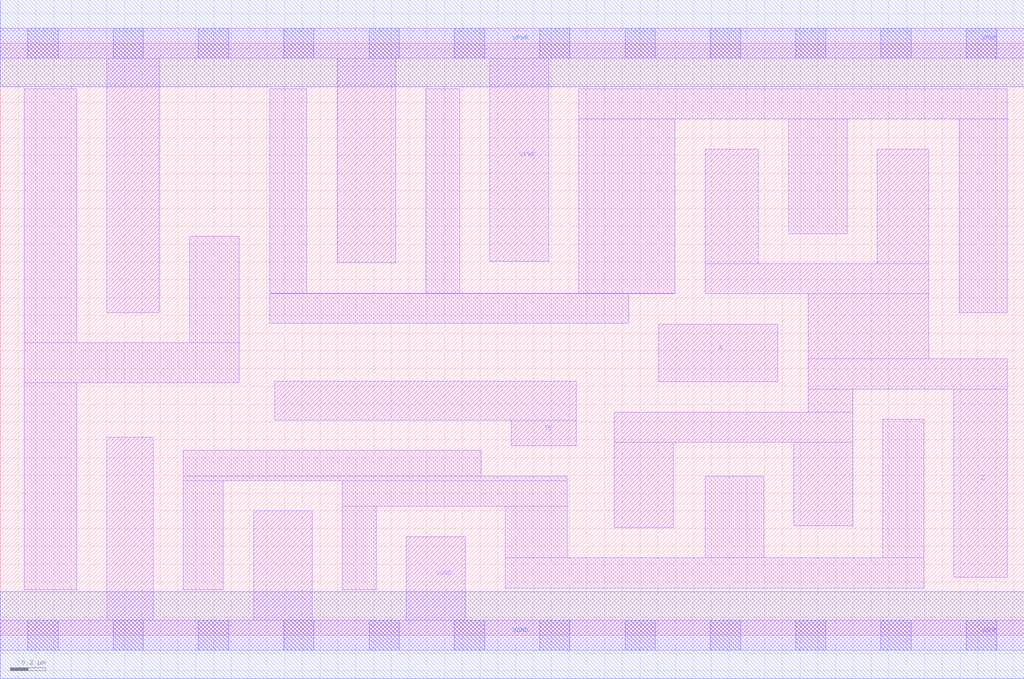
<source format=lef>
# Copyright 2020 The SkyWater PDK Authors
#
# Licensed under the Apache License, Version 2.0 (the "License");
# you may not use this file except in compliance with the License.
# You may obtain a copy of the License at
#
#     https://www.apache.org/licenses/LICENSE-2.0
#
# Unless required by applicable law or agreed to in writing, software
# distributed under the License is distributed on an "AS IS" BASIS,
# WITHOUT WARRANTIES OR CONDITIONS OF ANY KIND, either express or implied.
# See the License for the specific language governing permissions and
# limitations under the License.
#
# SPDX-License-Identifier: Apache-2.0

VERSION 5.7 ;
  NAMESCASESENSITIVE ON ;
  NOWIREEXTENSIONATPIN ON ;
  DIVIDERCHAR "/" ;
  BUSBITCHARS "[]" ;
UNITS
  DATABASE MICRONS 200 ;
END UNITS
MACRO sky130_fd_sc_lp__einvp_4
  CLASS CORE ;
  SOURCE USER ;
  FOREIGN sky130_fd_sc_lp__einvp_4 ;
  ORIGIN  0.000000  0.000000 ;
  SIZE  5.760000 BY  3.330000 ;
  SYMMETRY X Y R90 ;
  SITE unit ;
  PIN A
    ANTENNAGATEAREA  1.260000 ;
    DIRECTION INPUT ;
    USE SIGNAL ;
    PORT
      LAYER li1 ;
        RECT 3.705000 1.425000 4.375000 1.750000 ;
    END
  END A
  PIN TE
    ANTENNAGATEAREA  0.819000 ;
    DIRECTION INPUT ;
    USE SIGNAL ;
    PORT
      LAYER li1 ;
        RECT 1.545000 1.210000 3.240000 1.430000 ;
        RECT 2.875000 1.065000 3.240000 1.210000 ;
    END
  END TE
  PIN Z
    ANTENNADIFFAREA  1.520400 ;
    DIRECTION OUTPUT ;
    USE SIGNAL ;
    PORT
      LAYER li1 ;
        RECT 3.455000 0.605000 3.785000 1.085000 ;
        RECT 3.455000 1.085000 4.795000 1.255000 ;
        RECT 3.965000 1.920000 5.225000 2.090000 ;
        RECT 3.965000 2.090000 4.265000 2.735000 ;
        RECT 4.465000 0.615000 4.795000 1.085000 ;
        RECT 4.545000 1.255000 4.795000 1.385000 ;
        RECT 4.545000 1.385000 5.665000 1.555000 ;
        RECT 4.545000 1.555000 5.225000 1.920000 ;
        RECT 4.935000 2.090000 5.225000 2.735000 ;
        RECT 5.365000 0.325000 5.665000 1.385000 ;
    END
  END Z
  PIN VGND
    DIRECTION INOUT ;
    USE GROUND ;
    PORT
      LAYER li1 ;
        RECT 0.000000 -0.085000 5.760000 0.085000 ;
        RECT 0.600000  0.085000 0.860000 1.115000 ;
        RECT 1.425000  0.085000 1.755000 0.700000 ;
        RECT 2.285000  0.085000 2.615000 0.555000 ;
      LAYER mcon ;
        RECT 0.155000 -0.085000 0.325000 0.085000 ;
        RECT 0.635000 -0.085000 0.805000 0.085000 ;
        RECT 1.115000 -0.085000 1.285000 0.085000 ;
        RECT 1.595000 -0.085000 1.765000 0.085000 ;
        RECT 2.075000 -0.085000 2.245000 0.085000 ;
        RECT 2.555000 -0.085000 2.725000 0.085000 ;
        RECT 3.035000 -0.085000 3.205000 0.085000 ;
        RECT 3.515000 -0.085000 3.685000 0.085000 ;
        RECT 3.995000 -0.085000 4.165000 0.085000 ;
        RECT 4.475000 -0.085000 4.645000 0.085000 ;
        RECT 4.955000 -0.085000 5.125000 0.085000 ;
        RECT 5.435000 -0.085000 5.605000 0.085000 ;
      LAYER met1 ;
        RECT 0.000000 -0.245000 5.760000 0.245000 ;
    END
  END VGND
  PIN VPWR
    DIRECTION INOUT ;
    USE POWER ;
    PORT
      LAYER li1 ;
        RECT 0.000000 3.245000 5.760000 3.415000 ;
        RECT 0.600000 1.815000 0.895000 3.245000 ;
        RECT 1.895000 2.095000 2.225000 3.245000 ;
        RECT 2.755000 2.105000 3.085000 3.245000 ;
      LAYER mcon ;
        RECT 0.155000 3.245000 0.325000 3.415000 ;
        RECT 0.635000 3.245000 0.805000 3.415000 ;
        RECT 1.115000 3.245000 1.285000 3.415000 ;
        RECT 1.595000 3.245000 1.765000 3.415000 ;
        RECT 2.075000 3.245000 2.245000 3.415000 ;
        RECT 2.555000 3.245000 2.725000 3.415000 ;
        RECT 3.035000 3.245000 3.205000 3.415000 ;
        RECT 3.515000 3.245000 3.685000 3.415000 ;
        RECT 3.995000 3.245000 4.165000 3.415000 ;
        RECT 4.475000 3.245000 4.645000 3.415000 ;
        RECT 4.955000 3.245000 5.125000 3.415000 ;
        RECT 5.435000 3.245000 5.605000 3.415000 ;
      LAYER met1 ;
        RECT 0.000000 3.085000 5.760000 3.575000 ;
    END
  END VPWR
  OBS
    LAYER li1 ;
      RECT 0.135000 0.255000 0.430000 1.420000 ;
      RECT 0.135000 1.420000 1.345000 1.645000 ;
      RECT 0.135000 1.645000 0.430000 3.075000 ;
      RECT 1.030000 0.255000 1.255000 0.870000 ;
      RECT 1.030000 0.870000 3.190000 0.895000 ;
      RECT 1.030000 0.895000 2.705000 1.040000 ;
      RECT 1.065000 1.645000 1.345000 2.245000 ;
      RECT 1.515000 1.755000 3.535000 1.920000 ;
      RECT 1.515000 1.920000 3.795000 1.925000 ;
      RECT 1.515000 1.925000 1.725000 3.075000 ;
      RECT 1.925000 0.255000 2.115000 0.725000 ;
      RECT 1.925000 0.725000 3.190000 0.870000 ;
      RECT 2.395000 1.925000 2.585000 3.075000 ;
      RECT 2.840000 0.265000 5.195000 0.435000 ;
      RECT 2.840000 0.435000 3.190000 0.725000 ;
      RECT 3.255000 1.925000 3.795000 2.905000 ;
      RECT 3.255000 2.905000 5.665000 3.075000 ;
      RECT 3.965000 0.435000 4.295000 0.895000 ;
      RECT 4.435000 2.260000 4.765000 2.905000 ;
      RECT 4.965000 0.435000 5.195000 1.215000 ;
      RECT 5.395000 1.815000 5.665000 2.905000 ;
  END
END sky130_fd_sc_lp__einvp_4

</source>
